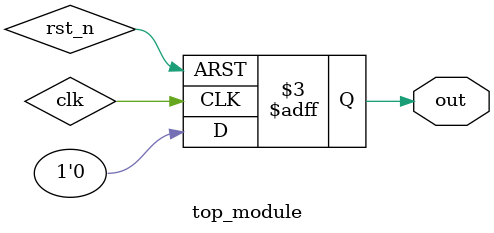
<source format=sv>
module top_module(
	output reg out);

	always @(posedge clk or negedge rst_n)
	begin
		if (!rst_n)
			out <= 1'b0;
		else
			out <= 1'b0;
	end

endmodule

</source>
